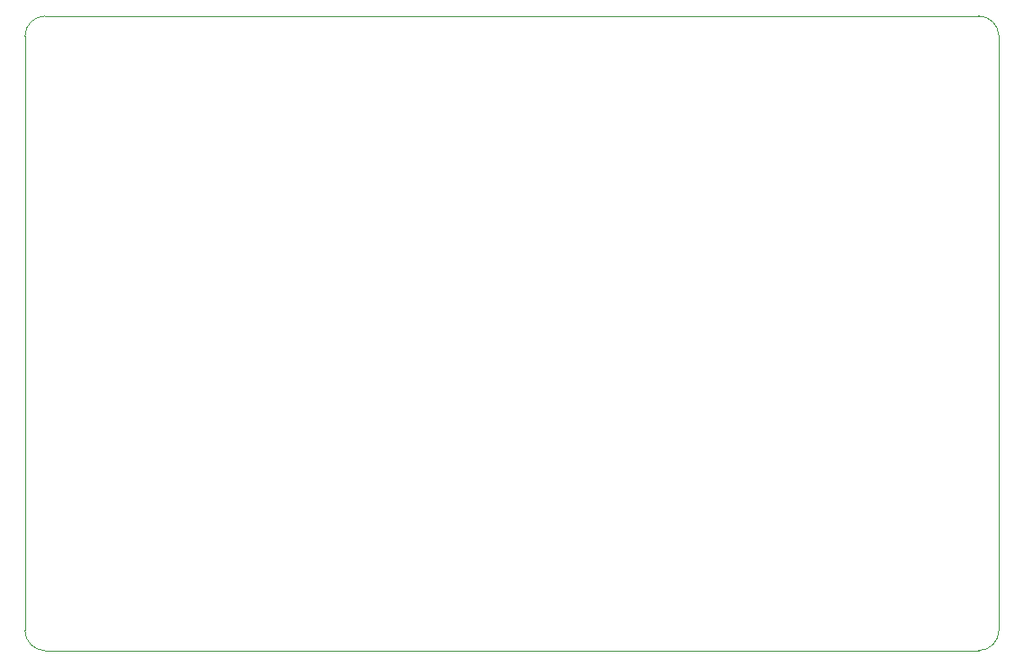
<source format=gbr>
G04 #@! TF.GenerationSoftware,KiCad,Pcbnew,(5.1.4)-1*
G04 #@! TF.CreationDate,2019-10-31T23:02:01-04:00*
G04 #@! TF.ProjectId,BBPSU,42425053-552e-46b6-9963-61645f706362,rev?*
G04 #@! TF.SameCoordinates,Original*
G04 #@! TF.FileFunction,Profile,NP*
%FSLAX46Y46*%
G04 Gerber Fmt 4.6, Leading zero omitted, Abs format (unit mm)*
G04 Created by KiCad (PCBNEW (5.1.4)-1) date 2019-10-31 23:02:01*
%MOMM*%
%LPD*%
G04 APERTURE LIST*
%ADD10C,0.100000*%
G04 APERTURE END LIST*
D10*
X200787000Y-45720000D02*
X200787000Y-101600000D01*
X109220000Y-45720000D02*
X109220000Y-101600000D01*
X198882000Y-43815000D02*
G75*
G02X200787000Y-45720000I0J-1905000D01*
G01*
X111125000Y-43815000D02*
X198882000Y-43815000D01*
X109220000Y-45720000D02*
G75*
G02X111125000Y-43815000I1905000J0D01*
G01*
X111125000Y-103505000D02*
G75*
G02X109220000Y-101600000I0J1905000D01*
G01*
X198882000Y-103505000D02*
X111125000Y-103505000D01*
X200787000Y-101600000D02*
G75*
G02X198882000Y-103505000I-1905000J0D01*
G01*
M02*

</source>
